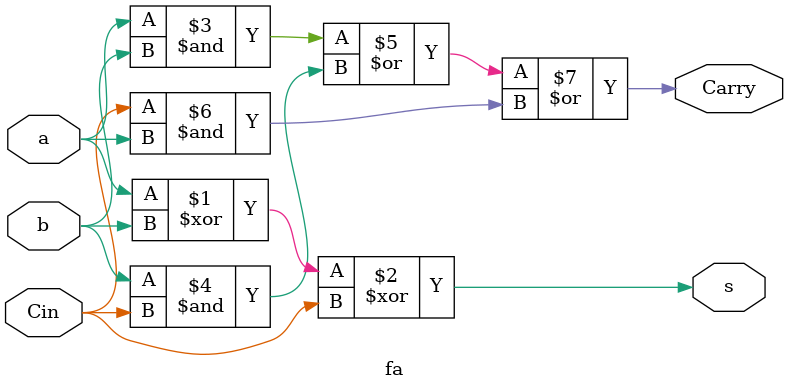
<source format=v>
module bcd_adder(Cin,x,y,S,COUT);
input Cin;
input [3:0]x;
input [3:0]y;
wire [3:0]s;
output [3:0]S;
wire c1,c2,c3;
wire C1,C2,C3;
wire correct;
wire Cout;
output COUT;

fa f1(Cin,x[0],y[0],s[0],c1);
fa f2(c1,x[1],y[1],s[1],c2);
fa f3(c2,x[2],y[2],s[2],c3);
fa f4(c3,x[3],y[3],s[3],Cout);

//K=c+S3s2+s3s1

assign correct = (Cout)|(s[3]&s[2])|(s[3]&s[1]);

fa f5(1'b0,s[0],1'b0,S[0],C1);
fa f6(C1,s[1],correct,S[1],C2);
fa f7(C2,s[2],correct,S[2],C3);
fa f8(C3,s[3],1'b0,S[3],COUT);

endmodule

module fa(Cin,a,b,s,Carry);
input Cin;
input a,b;
output s,Carry;

assign s = a^b^Cin;
assign Carry = (a&b)|(b&Cin)|(Cin&a);
endmodule


</source>
